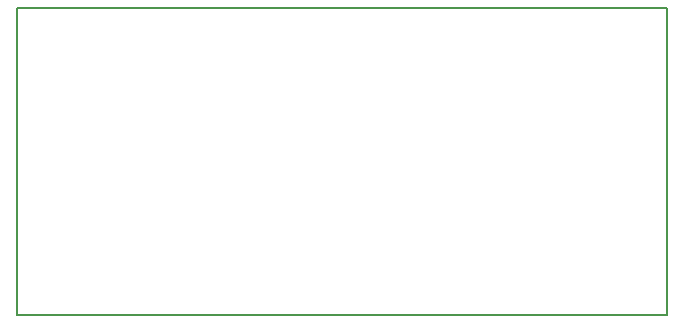
<source format=gbr>
%TF.GenerationSoftware,KiCad,Pcbnew,4.0.7*%
%TF.CreationDate,2021-06-18T00:55:45+09:00*%
%TF.ProjectId,NuTube_Conversion_Board,4E75547562655F436F6E76657273696F,rev?*%
%TF.FileFunction,Profile,NP*%
%FSLAX46Y46*%
G04 Gerber Fmt 4.6, Leading zero omitted, Abs format (unit mm)*
G04 Created by KiCad (PCBNEW 4.0.7) date 06/18/21 00:55:45*
%MOMM*%
%LPD*%
G01*
G04 APERTURE LIST*
%ADD10C,0.100000*%
%ADD11C,0.150000*%
G04 APERTURE END LIST*
D10*
D11*
X176000000Y-97000000D02*
X176000000Y-123000000D01*
X121000000Y-97000000D02*
X121000000Y-123000000D01*
X176000000Y-123000000D02*
X121000000Y-123000000D01*
X121000000Y-97000000D02*
X176000000Y-97000000D01*
M02*

</source>
